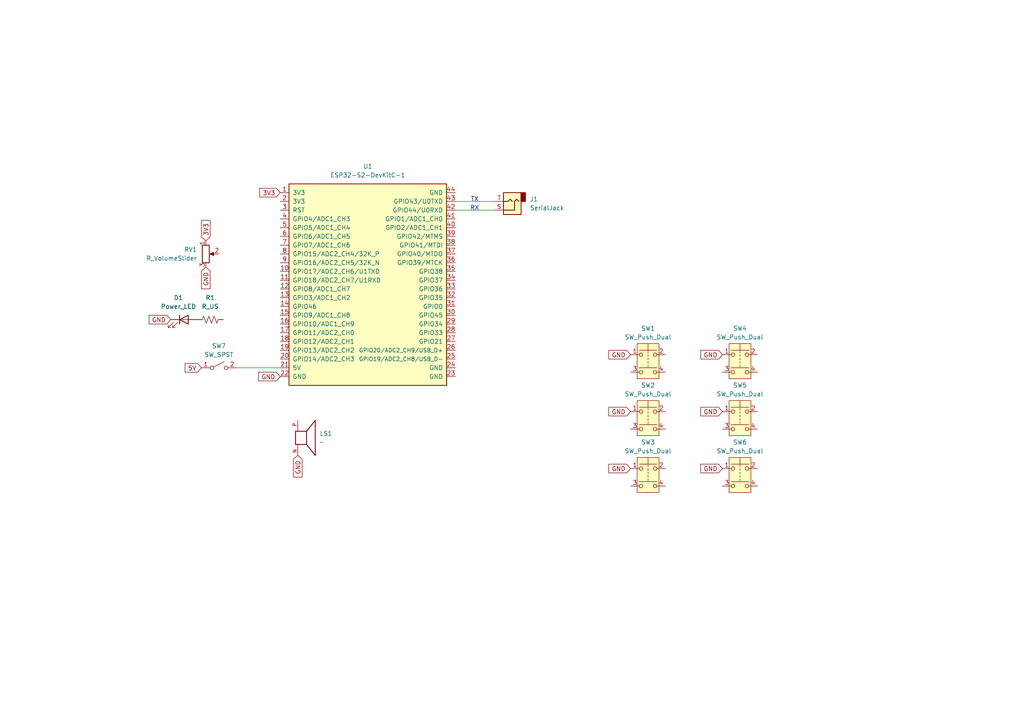
<source format=kicad_sch>
(kicad_sch (version 20250114) (generator "eeschema") (generator_version "9.0")
  (paper "A4")
  (lib_symbols
    (symbol "Connector_Audio:AudioJack2"
      (property "Reference" "J" (at 0 8.89 0))
      (property "Value" "AudioJack2" (at 0 6.35 0))
      (symbol "AudioJack2_0_1"
        (rectangle (start -3.81 0) (end -2.54 -2.54) (stroke (width 0.254)) (fill (type outline)))
        (rectangle (start -2.54 3.81) (end 2.54 -2.54) (stroke (width 0.254)) (fill (type background)))
        (polyline (pts (xy 0 0) (xy 0.635 -0.635) (xy 1.27 0) (xy 2.54 0)) (stroke (width 0.254)))
        (polyline (pts (xy 2.54 2.54) (xy -0.635 2.54) (xy -0.635 0) (xy -1.27 -0.635) (xy -1.905 0)) (stroke (width 0.254)))
      )
      (symbol "AudioJack2_1_1"
        (pin passive line (at 5.08 2.54 180) (length 2.54) (name "~") (number "S"))
        (pin passive line (at 5.08 0 180) (length 2.54) (name "~") (number "T"))
      )
    )
    (symbol "Device:LED" (pin_numbers (hide yes)) (pin_names (offset 1.016) (hide yes))
      (property "Reference" "D" (at 0 2.54 0))
      (property "Value" "LED" (at 0 -2.54 0))
      (symbol "LED_0_1"
        (polyline (pts (xy -3.048 -0.762) (xy -4.572 -2.286) (xy -3.81 -2.286) (xy -4.572 -2.286) (xy -4.572 -1.524)))
        (polyline (pts (xy -1.778 -0.762) (xy -3.302 -2.286) (xy -2.54 -2.286) (xy -3.302 -2.286) (xy -3.302 -1.524)))
        (polyline (pts (xy -1.27 0) (xy 1.27 0)))
        (polyline (pts (xy -1.27 -1.27) (xy -1.27 1.27)) (stroke (width 0.254)))
        (polyline (pts (xy 1.27 -1.27) (xy 1.27 1.27) (xy -1.27 0) (xy 1.27 -1.27)) (stroke (width 0.254)))
      )
      (symbol "LED_1_1"
        (pin passive line (at -3.81 0 0) (length 2.54) (name "K") (number "1"))
        (pin passive line (at 3.81 0 180) (length 2.54) (name "A") (number "2"))
      )
    )
    (symbol "Device:R_Potentiometer" (pin_names (offset 1.016) (hide yes))
      (property "Reference" "RV" (at -4.445 0 90))
      (property "Value" "R_Potentiometer" (at -2.54 0 90))
      (symbol "R_Potentiometer_0_1"
        (rectangle (start 1.016 2.54) (end -1.016 -2.54) (stroke (width 0.254)))
        (polyline (pts (xy 1.143 0) (xy 2.286 0.508) (xy 2.286 -0.508) (xy 1.143 0)) (fill (type outline)))
        (polyline (pts (xy 2.54 0) (xy 1.524 0)))
      )
      (symbol "R_Potentiometer_1_1"
        (pin passive line (at 0 3.81 270) (length 1.27) (name "1") (number "1"))
        (pin passive line (at 0 -3.81 90) (length 1.27) (name "3") (number "3"))
        (pin passive line (at 3.81 0 180) (length 1.27) (name "2") (number "2"))
      )
    )
    (symbol "Device:R_US" (pin_numbers (hide yes)) (pin_names (offset 0))
      (property "Reference" "R" (at 2.54 0 90))
      (property "Value" "R_US" (at -2.54 0 90))
      (symbol "R_US_0_1"
        (polyline (pts (xy 0 2.286) (xy 0 2.54)))
        (polyline (pts (xy 0 2.286) (xy 1.016 1.905) (xy 0 1.524) (xy -1.016 1.143) (xy 0 0.762)))
        (polyline (pts (xy 0 0.762) (xy 1.016 0.381) (xy 0 0) (xy -1.016 -0.381) (xy 0 -0.762)))
        (polyline (pts (xy 0 -0.762) (xy 1.016 -1.143) (xy 0 -1.524) (xy -1.016 -1.905) (xy 0 -2.286)))
        (polyline (pts (xy 0 -2.286) (xy 0 -2.54)))
      )
      (symbol "R_US_1_1"
        (pin passive line (at 0 3.81 270) (length 1.27) (name "~") (number "1"))
        (pin passive line (at 0 -3.81 90) (length 1.27) (name "~") (number "2"))
      )
    )
    (symbol "PCM_Espressif:ESP32-S2-DevKitC-1" (pin_names (offset 1.016))
      (property "Reference" "U" (at -22.86 33.02 0))
      (property "Value" "ESP32-S2-DevKitC-1" (at -22.86 30.48 0))
      (symbol "ESP32-S2-DevKitC-1_0_0"
        (pin power_in line (at -25.4 22.86 0) (length 2.54) (name "3V3") (number "2"))
        (pin input line (at -25.4 -7.62 0) (length 2.54) (name "GPIO46") (number "14"))
        (pin bidirectional line (at -25.4 -20.32 0) (length 2.54) (name "GPIO13/ADC2_CH2") (number "19"))
        (pin power_in line (at 25.4 25.4 180) (length 2.54) (name "GND") (number "44"))
        (pin bidirectional line (at 25.4 22.86 180) (length 2.54) (name "GPIO43/U0TXD") (number "43"))
        (pin bidirectional line (at 25.4 20.32 180) (length 2.54) (name "GPIO44/U0RXD") (number "42"))
        (pin bidirectional line (at 25.4 17.78 180) (length 2.54) (name "GPIO1/ADC1_CH0") (number "41"))
        (pin bidirectional line (at 25.4 15.24 180) (length 2.54) (name "GPIO2/ADC1_CH1") (number "40"))
        (pin bidirectional line (at 25.4 12.7 180) (length 2.54) (name "GPIO42/MTMS") (number "39"))
      )
      (symbol "ESP32-S2-DevKitC-1_0_1"
        (rectangle (start -22.86 27.94) (end 22.86 -30.48) (stroke (width 0.254)) (fill (type background)))
      )
      (symbol "ESP32-S2-DevKitC-1_1_1"
        (pin power_in line (at -25.4 25.4 0) (length 2.54) (name "3V3") (number "1"))
        (pin input line (at -25.4 20.32 0) (length 2.54) (name "RST") (number "3"))
        (pin bidirectional line (at -25.4 17.78 0) (length 2.54) (name "GPIO4/ADC1_CH3") (number "4"))
        (pin bidirectional line (at -25.4 15.24 0) (length 2.54) (name "GPIO5/ADC1_CH4") (number "5"))
        (pin bidirectional line (at -25.4 12.7 0) (length 2.54) (name "GPIO6/ADC1_CH5") (number "6"))
        (pin bidirectional line (at -25.4 10.16 0) (length 2.54) (name "GPIO7/ADC1_CH6") (number "7"))
        (pin bidirectional line (at -25.4 7.62 0) (length 2.54) (name "GPIO15/ADC2_CH4/32K_P") (number "8"))
        (pin bidirectional line (at -25.4 5.08 0) (length 2.54) (name "GPIO16/ADC2_CH5/32K_N") (number "9"))
        (pin bidirectional line (at -25.4 2.54 0) (length 2.54) (name "GPIO17/ADC2_CH6/U1TXD") (number "10"))
        (pin bidirectional line (at -25.4 0 0) (length 2.54) (name "GPIO18/ADC2_CH7/U1RXD") (number "11"))
        (pin bidirectional line (at -25.4 -2.54 0) (length 2.54) (name "GPIO8/ADC1_CH7") (number "12"))
        (pin bidirectional line (at -25.4 -5.08 0) (length 2.54) (name "GPIO3/ADC1_CH2") (number "13"))
        (pin bidirectional line (at -25.4 -10.16 0) (length 2.54) (name "GPIO9/ADC1_CH8") (number "15"))
        (pin bidirectional line (at -25.4 -12.7 0) (length 2.54) (name "GPIO10/ADC1_CH9") (number "16"))
        (pin bidirectional line (at -25.4 -15.24 0) (length 2.54) (name "GPIO11/ADC2_CH0") (number "17"))
        (pin bidirectional line (at -25.4 -17.78 0) (length 2.54) (name "GPIO12/ADC2_CH1") (number "18"))
        (pin bidirectional line (at -25.4 -22.86 0) (length 2.54) (name "GPIO14/ADC2_CH3") (number "20"))
        (pin power_in line (at -25.4 -25.4 0) (length 2.54) (name "5V") (number "21"))
        (pin power_in line (at -25.4 -27.94 0) (length 2.54) (name "GND") (number "22"))
        (pin bidirectional line (at 25.4 10.16 180) (length 2.54) (name "GPIO41/MTDI") (number "38"))
        (pin bidirectional line (at 25.4 7.62 180) (length 2.54) (name "GPIO40/MTDO") (number "37"))
        (pin bidirectional line (at 25.4 5.08 180) (length 2.54) (name "GPIO39/MTCK") (number "36"))
        (pin bidirectional line (at 25.4 2.54 180) (length 2.54) (name "GPIO38") (number "35"))
        (pin bidirectional line (at 25.4 0 180) (length 2.54) (name "GPIO37") (number "34"))
        (pin bidirectional line (at 25.4 -2.54 180) (length 2.54) (name "GPIO36") (number "33"))
        (pin bidirectional line (at 25.4 -5.08 180) (length 2.54) (name "GPIO35") (number "32"))
        (pin bidirectional line (at 25.4 -7.62 180) (length 2.54) (name "GPIO0") (number "31"))
        (pin bidirectional line (at 25.4 -10.16 180) (length 2.54) (name "GPIO45") (number "30"))
        (pin bidirectional line (at 25.4 -12.7 180) (length 2.54) (name "GPIO34") (number "29"))
        (pin bidirectional line (at 25.4 -15.24 180) (length 2.54) (name "GPIO33") (number "28"))
        (pin bidirectional line (at 25.4 -17.78 180) (length 2.54) (name "GPIO21") (number "27"))
        (pin bidirectional line (at 25.4 -20.32 180) (length 2.54) (name "GPIO20/ADC2_CH9/USB_D+") (number "26"))
        (pin bidirectional line (at 25.4 -22.86 180) (length 2.54) (name "GPIO19/ADC2_CH8/USB_D-") (number "25"))
        (pin power_in line (at 25.4 -25.4 180) (length 2.54) (name "GND") (number "24"))
        (pin power_in line (at 25.4 -27.94 180) (length 2.54) (name "GND") (number "23"))
      )
    )
    (symbol "Piezo_AT-1224-TWT-5V-2-R:AT-1224-TWT-5V-2-R" (pin_names (offset 1.016))
      (property "Reference" "LS" (at -1.27 6.35 0))
      (symbol "AT-1224-TWT-5V-2-R_0_0"
        (polyline (pts (xy -3.175 1.905) (xy -3.175 -1.905)) (stroke (width 0.254)))
        (polyline (pts (xy -3.175 1.905) (xy -2.54 1.905)) (stroke (width 0.254)))
        (polyline (pts (xy -3.175 -1.905) (xy -2.54 -1.905)) (stroke (width 0.254)))
        (polyline (pts (xy -2.54 2.54) (xy -2.54 1.905)) (stroke (width 0.1524)))
        (polyline (pts (xy -2.54 1.905) (xy 0 1.905)) (stroke (width 0.254)))
        (polyline (pts (xy -2.54 -1.905) (xy 0 -1.905)) (stroke (width 0.254)))
        (polyline (pts (xy -2.54 -2.54) (xy -2.54 -1.905)) (stroke (width 0.1524)))
        (polyline (pts (xy 0 1.905) (xy 2.54 5.08)) (stroke (width 0.254)))
        (polyline (pts (xy 0 -1.905) (xy 0 1.905)) (stroke (width 0.254)))
        (polyline (pts (xy 0 -1.905) (xy 2.54 -5.08)) (stroke (width 0.254)))
        (polyline (pts (xy 2.54 -5.08) (xy 2.54 5.08)) (stroke (width 0.254)))
        (text "" (at -5.842 1.778 0) (effects (font (size 1.778 1.778)) (justify left bottom)))
        (text "" (at -5.08 -5.08 0) (effects (font (size 1.778 1.778)) (justify left bottom)))
        (pin passive line (at -2.54 5.08 270) (length 2.54) (name "~") (number "P"))
        (pin passive line (at -2.54 -5.08 90) (length 2.54) (name "~") (number "N"))
      )
    )
    (symbol "Switch:SW_Push_Dual" (pin_names (offset 1.016) (hide yes))
      (property "Reference" "SW" (at 0 7.62 0))
      (property "Value" "SW_Push_Dual" (at 0 -6.35 0))
      (symbol "SW_Push_Dual_0_1"
        (circle (center -2.032 2.54) (radius 0.508))
        (circle (center -2.032 -2.54) (radius 0.508))
        (polyline (pts (xy 0 3.81) (xy 0 5.588)))
        (polyline (pts (xy 0 3.048) (xy 0 3.556)))
        (polyline (pts (xy 0 2.032) (xy 0 2.54)))
        (polyline (pts (xy 0 1.016) (xy 0 1.524)))
        (polyline (pts (xy 0 0.508) (xy 0 0)))
        (polyline (pts (xy 0 -0.508) (xy 0 -1.016)))
        (circle (center 2.032 2.54) (radius 0.508))
        (circle (center 2.032 -2.54) (radius 0.508))
        (polyline (pts (xy 2.54 3.81) (xy -2.54 3.81)))
        (polyline (pts (xy 2.54 -1.27) (xy -2.54 -1.27)))
        (pin passive line (at -5.08 2.54 0) (length 2.54) (name "1") (number "1"))
        (pin passive line (at -5.08 -2.54 0) (length 2.54) (name "3") (number "3"))
        (pin passive line (at 5.08 2.54 180) (length 2.54) (name "2") (number "2"))
        (pin passive line (at 5.08 -2.54 180) (length 2.54) (name "4") (number "4"))
      )
      (symbol "SW_Push_Dual_1_1"
        (rectangle (start -3.175 5.715) (end 3.175 -4.445) (fill (type background)))
      )
    )
    (symbol "Switch:SW_SPST" (pin_names (offset 0) (hide yes))
      (property "Reference" "SW" (at 0 3.175 0))
      (property "Value" "SW_SPST" (at 0 -2.54 0))
      (symbol "SW_SPST_0_0"
        (circle (center -2.032 0) (radius 0.508))
        (polyline (pts (xy -1.524 0.254) (xy 1.524 1.778)))
        (circle (center 2.032 0) (radius 0.508))
      )
      (symbol "SW_SPST_1_1"
        (pin passive line (at -5.08 0 0) (length 2.54) (name "A") (number "1"))
        (pin passive line (at 5.08 0 180) (length 2.54) (name "B") (number "2"))
      )
    )
  )
  (text "RX" (at 137.668 60.452 0) (effects (font (size 1.27 1.27))))
  (text "TX" (at 137.668 57.912 0) (effects (font (size 1.27 1.27))))
  (wire (pts (xy 132.08 60.96) (xy 143.51 60.96)))
  (wire (pts (xy 132.08 58.42) (xy 143.51 58.42)))
  (wire (pts (xy 68.58 106.68) (xy 81.28 106.68)))
  (global_label "GND" (shape input) (at 209.55 135.89 180) (property "Intersheetrefs" "${INTERSHEET_REFS}" (effects (hide yes))))
  (global_label "GND" (shape input) (at 209.55 102.87 180) (property "Intersheetrefs" "${INTERSHEET_REFS}" (effects (hide yes))))
  (global_label "GND" (shape input) (at 182.88 119.38 180) (property "Intersheetrefs" "${INTERSHEET_REFS}" (effects (hide yes))))
  (global_label "3V3" (shape input) (at 59.69 69.85 90) (property "Intersheetrefs" "${INTERSHEET_REFS}" (effects (hide yes))))
  (global_label "GND" (shape input) (at 49.53 92.71 180) (property "Intersheetrefs" "${INTERSHEET_REFS}" (effects (hide yes))))
  (global_label "3V3" (shape input) (at 81.28 55.88 180) (property "Intersheetrefs" "${INTERSHEET_REFS}" (effects (hide yes))))
  (global_label "GND" (shape input) (at 59.69 77.47 270) (property "Intersheetrefs" "${INTERSHEET_REFS}" (effects (hide yes))))
  (global_label "GND" (shape input) (at 182.88 135.89 180) (property "Intersheetrefs" "${INTERSHEET_REFS}" (effects (hide yes))))
  (global_label "GND" (shape input) (at 81.28 109.22 180) (property "Intersheetrefs" "${INTERSHEET_REFS}" (effects (hide yes))))
  (global_label "GND" (shape input) (at 209.55 119.38 180) (property "Intersheetrefs" "${INTERSHEET_REFS}" (effects (hide yes))))
  (global_label "GND" (shape input) (at 182.88 102.87 180) (property "Intersheetrefs" "${INTERSHEET_REFS}" (effects (hide yes))))
  (global_label "GND" (shape input) (at 86.36 132.08 270) (property "Intersheetrefs" "${INTERSHEET_REFS}" (effects (hide yes))))
  (global_label "5V" (shape input) (at 58.42 106.68 180) (property "Intersheetrefs" "${INTERSHEET_REFS}" (effects (hide yes))))
  (symbol (lib_id "Switch:SW_Push_Dual") (at 187.96 105.41 0) (unit 1)
    (property "Reference" "SW1" (at 187.96 95.25 0))
    (property "Value" "SW_Push_Dual" (at 187.96 97.79 0))
    (property "Description" "Push button switch, generic, symbol, four pins" (effects (hide yes)))
  )
  (symbol (lib_id "Switch:SW_Push_Dual") (at 214.63 121.92 0) (unit 1)
    (property "Reference" "SW5" (at 214.63 111.76 0))
    (property "Value" "SW_Push_Dual" (at 214.63 114.3 0))
    (property "Description" "Push button switch, generic, symbol, four pins" (effects (hide yes)))
  )
  (symbol (lib_id "PCM_Espressif:ESP32-S2-DevKitC-1") (at 106.68 81.28 0) (unit 1)
    (property "Reference" "U1" (at 106.68 48.26 0))
    (property "Value" "ESP32-S2-DevKitC-1" (at 106.68 50.8 0))
    (property "Footprint" "PCM_Espressif:ESP32-S2-DevKitC-1" (effects (hide yes)))
    (property "Datasheet" "https://docs.espressif.com/projects/esp-idf/en/latest/esp32s2/hw-reference/esp32s2/user-guide-s2-devkitc-1.html" (effects (hide yes)))
    (property "Description" "ESP32-S2-DevKitC-1" (effects (hide yes)))
  )
  (symbol (lib_id "Switch:SW_SPST") (at 63.5 106.68 0) (unit 1)
    (property "Reference" "SW7" (at 63.5 100.33 0))
    (property "Value" "SW_SPST" (at 63.5 102.87 0))
    (property "Description" "Single Pole Single Throw (SPST) switch" (effects (hide yes)))
  )
  (symbol (lib_id "Device:LED") (at 53.34 92.71 0) (unit 1)
    (property "Reference" "D1" (at 51.7525 86.36 0))
    (property "Value" "Power_LED" (at 51.7525 88.9 0))
    (property "Description" "Light emitting diode" (effects (hide yes)))
    (property "Sim.Pins" "1=K 2=A" (effects (hide yes)))
  )
  (symbol (lib_id "Device:R_US") (at 60.96 92.71 90) (unit 1)
    (property "Reference" "R1" (at 60.96 86.36 90))
    (property "Value" "R_US" (at 60.96 88.9 90))
    (property "Description" "Resistor, US symbol" (effects (hide yes)))
  )
  (symbol (lib_id "Switch:SW_Push_Dual") (at 187.96 121.92 0) (unit 1)
    (property "Reference" "SW2" (at 187.96 111.76 0))
    (property "Value" "SW_Push_Dual" (at 187.96 114.3 0))
    (property "Description" "Push button switch, generic, symbol, four pins" (effects (hide yes)))
  )
  (symbol (lib_id "Device:R_Potentiometer") (at 59.69 73.66 0) (unit 1)
    (property "Reference" "RV1" (at 57.15 72.3899 0) (effects (justify right)))
    (property "Value" "R_VolumeSlider" (at 57.15 74.9299 0) (effects (justify right)))
    (property "Description" "Potentiometer" (effects (hide yes)))
  )
  (symbol (lib_id "Piezo_AT-1224-TWT-5V-2-R:AT-1224-TWT-5V-2-R") (at 88.9 127 0) (unit 1)
    (property "Reference" "LS1" (at 92.71 125.7299 0) (effects (justify left)))
    (property "Value" "~" (at 92.71 128.2699 0) (effects (justify left)))
    (property "Footprint" "Piezo" (effects (hide yes)))
  )
  (symbol (lib_id "Switch:SW_Push_Dual") (at 214.63 138.43 0) (unit 1)
    (property "Reference" "SW6" (at 214.63 128.27 0))
    (property "Value" "SW_Push_Dual" (at 214.63 130.81 0))
    (property "Description" "Push button switch, generic, symbol, four pins" (effects (hide yes)))
  )
  (symbol (lib_id "Connector_Audio:AudioJack2") (at 148.59 58.42 180) (unit 1)
    (property "Reference" "J1" (at 153.67 57.7849 0) (effects (justify right)))
    (property "Value" "SerialJack" (at 153.67 60.3249 0) (effects (justify right)))
    (property "Description" "Audio Jack, 2 Poles (Mono / TS)" (effects (hide yes)))
  )
  (symbol (lib_id "Switch:SW_Push_Dual") (at 187.96 138.43 0) (unit 1)
    (property "Reference" "SW3" (at 187.96 128.27 0))
    (property "Value" "SW_Push_Dual" (at 187.96 130.81 0))
    (property "Description" "Push button switch, generic, symbol, four pins" (effects (hide yes)))
  )
  (symbol (lib_id "Switch:SW_Push_Dual") (at 214.63 105.41 0) (unit 1)
    (property "Reference" "SW4" (at 214.63 95.25 0))
    (property "Value" "SW_Push_Dual" (at 214.63 97.79 0))
    (property "Description" "Push button switch, generic, symbol, four pins" (effects (hide yes)))
  )
)
</source>
